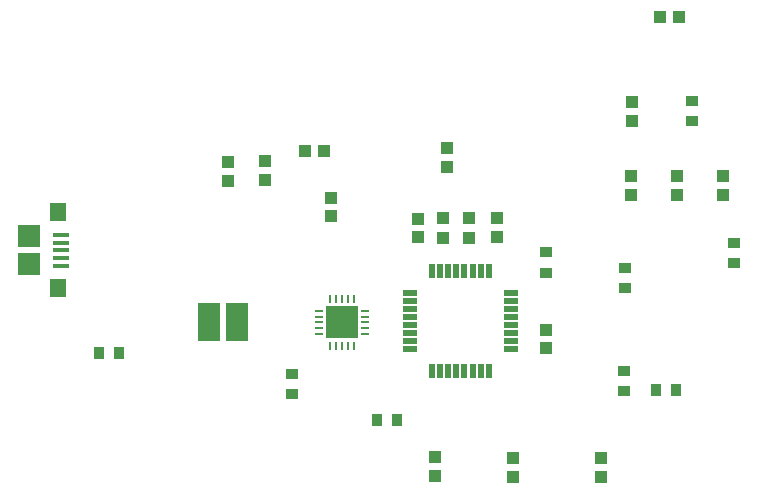
<source format=gtp>
G04*
G04 #@! TF.GenerationSoftware,Altium Limited,Altium Designer,19.1.5 (86)*
G04*
G04 Layer_Color=8421504*
%FSLAX25Y25*%
%MOIN*%
G70*
G01*
G75*
%ADD15R,0.03937X0.03543*%
%ADD16R,0.07284X0.12992*%
%ADD17R,0.03937X0.03937*%
%ADD18R,0.03937X0.03937*%
%ADD19R,0.03543X0.03937*%
%ADD20R,0.10827X0.10827*%
%ADD21O,0.03150X0.00984*%
%ADD22O,0.00984X0.03150*%
%ADD23R,0.07480X0.07480*%
%ADD24R,0.05512X0.06299*%
%ADD25R,0.05315X0.01575*%
%ADD26R,0.04724X0.01968*%
%ADD27R,0.01968X0.04724*%
%ADD28R,0.04331X0.03858*%
D15*
X178500Y75253D02*
D03*
Y81946D02*
D03*
X227300Y125753D02*
D03*
Y132447D02*
D03*
X204500Y42593D02*
D03*
Y35900D02*
D03*
X205000Y76793D02*
D03*
Y70100D02*
D03*
X241300Y78354D02*
D03*
Y85046D02*
D03*
X94000Y41447D02*
D03*
Y34754D02*
D03*
D16*
X75500Y58600D02*
D03*
X66248D02*
D03*
D17*
X145500Y110350D02*
D03*
Y116650D02*
D03*
X162100Y87250D02*
D03*
Y93550D02*
D03*
X135700Y86950D02*
D03*
Y93250D02*
D03*
X107000Y100250D02*
D03*
Y93950D02*
D03*
X85000Y112450D02*
D03*
Y106150D02*
D03*
X72400Y112150D02*
D03*
Y105850D02*
D03*
X207300Y131950D02*
D03*
Y125650D02*
D03*
X237500Y107450D02*
D03*
Y101150D02*
D03*
X207000Y101100D02*
D03*
Y107399D02*
D03*
X222200Y101150D02*
D03*
Y107450D02*
D03*
X196900Y7250D02*
D03*
Y13550D02*
D03*
X167500Y13299D02*
D03*
Y7000D02*
D03*
X141600Y7450D02*
D03*
Y13750D02*
D03*
X178500Y49950D02*
D03*
Y56250D02*
D03*
D18*
X216650Y160300D02*
D03*
X222950D02*
D03*
X98150Y115900D02*
D03*
X104450D02*
D03*
D19*
X215253Y36200D02*
D03*
X221947D02*
D03*
X29553Y48500D02*
D03*
X36246D02*
D03*
X122153Y26100D02*
D03*
X128847D02*
D03*
D20*
X110500Y58600D02*
D03*
D21*
X118276Y62537D02*
D03*
Y60568D02*
D03*
Y58600D02*
D03*
Y56631D02*
D03*
Y54663D02*
D03*
X102724D02*
D03*
Y56631D02*
D03*
Y58600D02*
D03*
Y60568D02*
D03*
Y62537D02*
D03*
D22*
X114437Y50824D02*
D03*
X112469D02*
D03*
X110500D02*
D03*
X108531D02*
D03*
X106563D02*
D03*
Y66376D02*
D03*
X108531D02*
D03*
X110500D02*
D03*
X112469D02*
D03*
X114437D02*
D03*
D23*
X6268Y77976D02*
D03*
Y87424D02*
D03*
D24*
X15914Y70102D02*
D03*
Y95298D02*
D03*
D25*
X16800Y77582D02*
D03*
Y80141D02*
D03*
Y82700D02*
D03*
Y85259D02*
D03*
Y87818D02*
D03*
D26*
X166732Y68470D02*
D03*
Y65793D02*
D03*
Y63116D02*
D03*
Y60439D02*
D03*
Y57761D02*
D03*
Y55084D02*
D03*
Y52407D02*
D03*
Y49730D02*
D03*
X133268D02*
D03*
Y52407D02*
D03*
Y55084D02*
D03*
Y57761D02*
D03*
Y60439D02*
D03*
Y63116D02*
D03*
Y65793D02*
D03*
Y68470D02*
D03*
D27*
X159370Y42368D02*
D03*
X156693D02*
D03*
X154016D02*
D03*
X151339D02*
D03*
X148661D02*
D03*
X145984D02*
D03*
X143307D02*
D03*
X140630D02*
D03*
Y75832D02*
D03*
X143307D02*
D03*
X145984D02*
D03*
X148661D02*
D03*
X151339D02*
D03*
X154016D02*
D03*
X156693D02*
D03*
X159370D02*
D03*
D28*
X144169Y86753D02*
D03*
X152831D02*
D03*
Y93446D02*
D03*
X144169D02*
D03*
M02*

</source>
